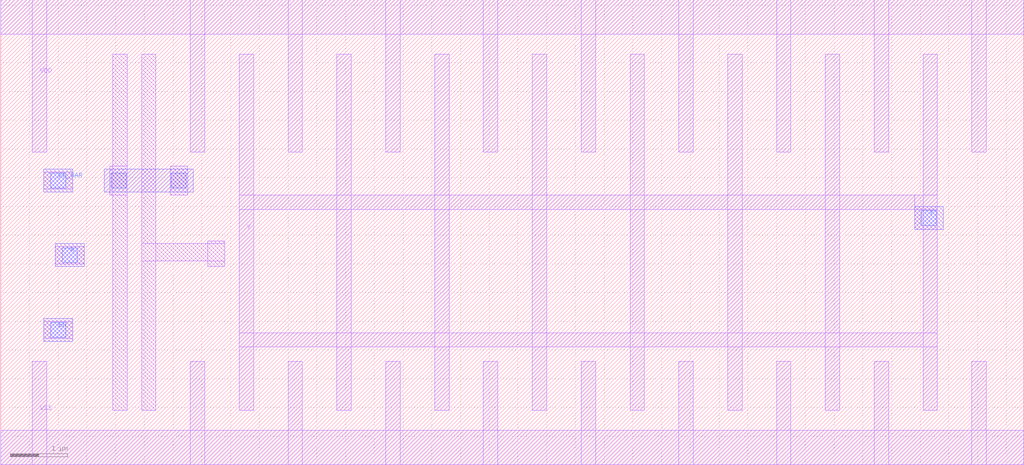
<source format=lef>
# Copyright 2022 Google LLC
# Licensed under the Apache License, Version 2.0 (the "License");
# you may not use this file except in compliance with the License.
# You may obtain a copy of the License at
#
#      http://www.apache.org/licenses/LICENSE-2.0
#
# Unless required by applicable law or agreed to in writing, software
# distributed under the License is distributed on an "AS IS" BASIS,
# WITHOUT WARRANTIES OR CONDITIONS OF ANY KIND, either express or implied.
# See the License for the specific language governing permissions and
# limitations under the License.
VERSION 5.7 ;
BUSBITCHARS "[]" ;
DIVIDERCHAR "/" ;

MACRO gf180mcu_osu_sc_gp12t3v3__tinv_16
  CLASS CORE ;
  ORIGIN 0 0 ;
  FOREIGN gf180mcu_osu_sc_gp12t3v3__tinv_16 0 0 ;
  SIZE 17.8 BY 8.1 ;
  SYMMETRY X Y ;
  SITE GF180_3p3_12t ;
  PIN VDD
    DIRECTION INOUT ;
    USE POWER ;
    SHAPE ABUTMENT ;
    PORT
      LAYER MET1 ;
        RECT 0 7.5 17.8 8.1 ;
        RECT 16.9 5.45 17.15 8.1 ;
        RECT 15.2 5.45 15.45 8.1 ;
        RECT 13.5 5.45 13.75 8.1 ;
        RECT 11.8 5.45 12.05 8.1 ;
        RECT 10.1 5.45 10.35 8.1 ;
        RECT 8.4 5.45 8.65 8.1 ;
        RECT 6.7 5.45 6.95 8.1 ;
        RECT 5 5.45 5.25 8.1 ;
        RECT 3.3 5.45 3.55 8.1 ;
        RECT 0.55 5.45 0.8 8.1 ;
    END
  END VDD
  PIN VSS
    DIRECTION INOUT ;
    USE GROUND ;
    PORT
      LAYER MET1 ;
        RECT 0 0 17.8 0.6 ;
        RECT 16.9 0 17.15 1.8 ;
        RECT 15.2 0 15.45 1.8 ;
        RECT 13.5 0 13.75 1.8 ;
        RECT 11.8 0 12.05 1.8 ;
        RECT 10.1 0 10.35 1.8 ;
        RECT 8.4 0 8.65 1.8 ;
        RECT 6.7 0 6.95 1.8 ;
        RECT 5 0 5.25 1.8 ;
        RECT 3.3 0 3.55 1.8 ;
        RECT 0.55 0 0.8 1.8 ;
    END
  END VSS
  PIN A
    DIRECTION INPUT ;
    USE SIGNAL ;
    PORT
      LAYER MET1 ;
        RECT 0.95 3.5 1.45 3.8 ;
      LAYER MET2 ;
        RECT 0.95 3.45 1.45 3.85 ;
      LAYER VIA12 ;
        RECT 1.07 3.52 1.33 3.78 ;
    END
  END A
  PIN EN
    DIRECTION INPUT ;
    USE SIGNAL ;
    PORT
      LAYER MET1 ;
        RECT 0.75 2.2 1.25 2.5 ;
      LAYER MET2 ;
        RECT 0.75 2.15 1.25 2.55 ;
      LAYER VIA12 ;
        RECT 0.87 2.22 1.13 2.48 ;
    END
  END EN
  PIN EN_BAR
    DIRECTION INPUT ;
    USE SIGNAL ;
    PORT
      LAYER MET1 ;
        RECT 0.75 4.8 1.25 5.1 ;
      LAYER MET2 ;
        RECT 0.75 4.75 1.25 5.15 ;
      LAYER VIA12 ;
        RECT 0.87 4.82 1.13 5.08 ;
    END
  END EN_BAR
  PIN Y
    DIRECTION OUTPUT ;
    USE SIGNAL ;
    PORT
      LAYER MET1 ;
        RECT 16.05 0.95 16.3 7.15 ;
        RECT 4.15 4.45 16.3 4.7 ;
        RECT 15.9 4.1 16.3 4.7 ;
        RECT 4.15 2.05 16.3 2.3 ;
        RECT 14.35 0.95 14.6 7.15 ;
        RECT 12.65 0.95 12.9 7.15 ;
        RECT 10.95 0.95 11.2 7.15 ;
        RECT 9.25 0.95 9.5 7.15 ;
        RECT 7.55 0.95 7.8 7.15 ;
        RECT 5.85 0.95 6.1 7.15 ;
        RECT 4.15 0.95 4.4 7.15 ;
      LAYER MET2 ;
        RECT 15.9 4.1 16.4 4.5 ;
      LAYER VIA12 ;
        RECT 16.02 4.17 16.28 4.43 ;
    END
  END Y
  OBS
    LAYER MET2 ;
      RECT 1.8 4.75 3.35 5.15 ;
    LAYER VIA12 ;
      RECT 2.97 4.82 3.23 5.08 ;
      RECT 1.92 4.82 2.18 5.08 ;
    LAYER MET1 ;
      RECT 2.45 0.95 2.7 7.15 ;
      RECT 3.6 3.45 3.9 3.9 ;
      RECT 2.45 3.55 3.9 3.85 ;
      RECT 1.95 0.95 2.2 7.15 ;
      RECT 1.9 4.7 2.2 5.2 ;
      RECT 2.95 4.7 3.25 5.2 ;
  END
END gf180mcu_osu_sc_gp12t3v3__tinv_16

</source>
